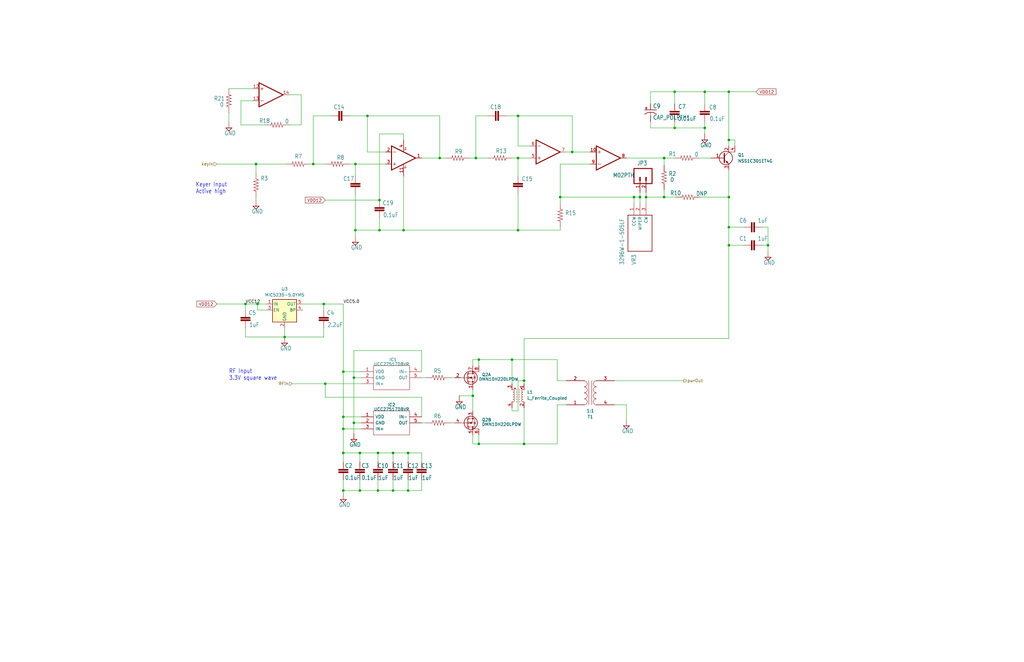
<source format=kicad_sch>
(kicad_sch (version 20230121) (generator eeschema)
  (paper "B")
  (lib_symbols
    (symbol "Device:L_Ferrite_Coupled" (pin_names (offset 0.254) hide)
      (property "Reference" "L" (at 0 4.445 0))
      (property "Value" "L_Ferrite_Coupled" (at 0 -4.445 0))
      (symbol "L_Ferrite_Coupled_0_1"
        (circle (center -3.048 -1.27) (radius 0.254) (fill (type outline)))
        (circle (center -3.048 1.524) (radius 0.254) (fill (type outline)))
        (arc (start -2.54 2.032) (mid -2.032 1.5262) (end -1.524 2.032))
        (arc (start -1.524 -2.032) (mid -2.032 -1.5262) (end -2.54 -2.032))
        (arc (start -1.524 2.032) (mid -1.016 1.5262) (end -0.508 2.032))
        (arc (start -0.508 -2.032) (mid -1.016 -1.5262) (end -1.524 -2.032))
        (arc (start -0.508 2.032) (mid 0 1.5262) (end 0.508 2.032))
        (polyline (pts (xy -2.794 -0.508) (xy -2.286 -0.508)))
        (polyline (pts (xy -2.794 0.508) (xy -2.286 0.508)))
        (polyline (pts (xy -2.54 -2.032) (xy -2.54 -2.54)))
        (polyline (pts (xy -2.54 2.032) (xy -2.54 2.54)))
        (polyline (pts (xy -1.778 -0.508) (xy -1.27 -0.508)))
        (polyline (pts (xy -1.778 0.508) (xy -1.27 0.508)))
        (polyline (pts (xy -0.762 -0.508) (xy -0.254 -0.508)))
        (polyline (pts (xy -0.762 0.508) (xy -0.254 0.508)))
        (polyline (pts (xy 0.254 -0.508) (xy 0.762 -0.508)))
        (polyline (pts (xy 0.254 0.508) (xy 0.762 0.508)))
        (polyline (pts (xy 1.27 -0.508) (xy 1.778 -0.508)))
        (polyline (pts (xy 1.27 0.508) (xy 1.778 0.508)))
        (polyline (pts (xy 2.286 -0.508) (xy 2.794 -0.508)))
        (polyline (pts (xy 2.286 0.508) (xy 2.794 0.508)))
        (polyline (pts (xy 2.54 -2.032) (xy 2.54 -2.54)))
        (polyline (pts (xy 2.54 2.54) (xy 2.54 2.032)))
        (arc (start 0.508 -2.032) (mid 0 -1.5262) (end -0.508 -2.032))
        (arc (start 0.508 2.032) (mid 1.016 1.5262) (end 1.524 2.032))
        (arc (start 1.524 -2.032) (mid 1.016 -1.5262) (end 0.508 -2.032))
        (arc (start 1.524 2.032) (mid 2.032 1.5262) (end 2.54 2.032))
        (arc (start 2.54 -2.032) (mid 2.032 -1.5262) (end 1.524 -2.032))
      )
      (symbol "L_Ferrite_Coupled_1_1"
        (pin passive line (at -5.08 2.54 0) (length 2.54) (name "1") (number "1"))
        (pin passive line (at 5.08 2.54 180) (length 2.54) (name "2") (number "2"))
        (pin passive line (at -5.08 -2.54 0) (length 2.54) (name "3") (number "3"))
        (pin passive line (at 5.08 -2.54 180) (length 2.54) (name "4") (number "4"))
      )
    )
    (symbol "Device:Q_Dual_NMOS_S1G1S2G2D2D2D1D1" (pin_names (offset 0) hide)
      (property "Reference" "Q" (at 5.08 1.27 0))
      (property "Value" "Q_Dual_NMOS_S1G1S2G2D2D2D1D1" (at 5.08 -1.27 0))
      (symbol "Q_Dual_NMOS_S1G1S2G2D2D2D1D1_0_1"
        (polyline (pts (xy 0.254 0) (xy -2.54 0)))
        (polyline (pts (xy 0.254 1.905) (xy 0.254 -1.905)) (stroke (width 0.254)))
        (polyline (pts (xy 0.762 -1.27) (xy 0.762 -2.286)) (stroke (width 0.254)))
        (polyline (pts (xy 0.762 0.508) (xy 0.762 -0.508)) (stroke (width 0.254)))
        (polyline (pts (xy 0.762 2.286) (xy 0.762 1.27)) (stroke (width 0.254)))
        (polyline (pts (xy 2.54 2.54) (xy 2.54 1.778)))
        (polyline (pts (xy 5.08 2.54) (xy 2.54 2.54)))
        (polyline (pts (xy 2.54 -2.54) (xy 2.54 0) (xy 0.762 0)))
        (polyline (pts (xy 0.762 -1.778) (xy 3.302 -1.778) (xy 3.302 1.778) (xy 0.762 1.778)))
        (polyline (pts (xy 1.016 0) (xy 2.032 0.381) (xy 2.032 -0.381) (xy 1.016 0)) (fill (type outline)))
        (polyline (pts (xy 2.794 0.508) (xy 2.921 0.381) (xy 3.683 0.381) (xy 3.81 0.254)))
        (polyline (pts (xy 3.302 0.381) (xy 2.921 -0.254) (xy 3.683 -0.254) (xy 3.302 0.381)))
        (circle (center 1.651 0) (radius 2.794) (stroke (width 0.254)))
        (circle (center 2.54 -1.778) (radius 0.254) (fill (type outline)))
        (circle (center 2.54 1.778) (radius 0.254) (fill (type outline)))
        (circle (center 2.54 2.54) (radius 0.254) (fill (type outline)))
      )
      (symbol "Q_Dual_NMOS_S1G1S2G2D2D2D1D1_1_1"
        (pin passive line (at 2.54 -5.08 90) (length 2.54) (name "S") (number "1"))
        (pin input line (at -5.08 0 0) (length 2.54) (name "G") (number "2"))
        (pin passive line (at 2.54 5.08 270) (length 2.54) (name "D") (number "7"))
        (pin passive line (at 5.08 5.08 270) (length 2.54) (name "D") (number "8"))
      )
      (symbol "Q_Dual_NMOS_S1G1S2G2D2D2D1D1_2_1"
        (pin passive line (at 2.54 -5.08 90) (length 2.54) (name "S") (number "3"))
        (pin input line (at -5.08 0 0) (length 2.54) (name "G") (number "4"))
        (pin passive line (at 2.54 5.08 270) (length 2.54) (name "D") (number "5"))
        (pin passive line (at 5.08 5.08 270) (length 2.54) (name "D") (number "6"))
      )
    )
    (symbol "Device:Q_NPN_BCEC" (pin_names (offset 0) hide)
      (property "Reference" "Q" (at 5.08 1.27 0))
      (property "Value" "Q_NPN_BCEC" (at 5.08 -1.27 0))
      (symbol "Q_NPN_BCEC_0_1"
        (polyline (pts (xy 0.635 0.635) (xy 2.54 2.54)))
        (polyline (pts (xy 2.54 2.54) (xy 5.08 2.54)))
        (polyline (pts (xy 0.635 -0.635) (xy 2.54 -2.54) (xy 2.54 -2.54)))
        (polyline (pts (xy 0.635 1.905) (xy 0.635 -1.905) (xy 0.635 -1.905)) (stroke (width 0.508)))
        (polyline (pts (xy 1.27 -1.778) (xy 1.778 -1.27) (xy 2.286 -2.286) (xy 1.27 -1.778) (xy 1.27 -1.778)) (fill (type outline)))
        (circle (center 1.27 0) (radius 2.8194) (stroke (width 0.254)))
      )
      (symbol "Q_NPN_BCEC_1_1"
        (pin input line (at -5.08 0 0) (length 5.715) (name "B") (number "1"))
        (pin passive line (at 2.54 5.08 270) (length 2.54) (name "C") (number "2"))
        (pin passive line (at 2.54 -5.08 90) (length 2.54) (name "E") (number "3"))
        (pin passive line (at 5.08 5.08 270) (length 2.54) (name "C") (number "4"))
      )
    )
    (symbol "Device:Transformer_1P_1S" (pin_names (offset 1.016) hide)
      (property "Reference" "T" (at 0 6.35 0))
      (property "Value" "Transformer_1P_1S" (at 0 -7.62 0))
      (symbol "Transformer_1P_1S_0_1"
        (arc (start -2.54 -5.0546) (mid -1.6599 -4.6901) (end -1.27 -3.81))
        (arc (start -2.54 -2.5146) (mid -1.6599 -2.1501) (end -1.27 -1.27))
        (arc (start -2.54 0.0254) (mid -1.6599 0.3899) (end -1.27 1.27))
        (arc (start -2.54 2.5654) (mid -1.6599 2.9299) (end -1.27 3.81))
        (arc (start -1.27 -3.81) (mid -1.642 -2.912) (end -2.54 -2.54))
        (arc (start -1.27 -1.27) (mid -1.642 -0.372) (end -2.54 0))
        (arc (start -1.27 1.27) (mid -1.642 2.168) (end -2.54 2.54))
        (arc (start -1.27 3.81) (mid -1.642 4.708) (end -2.54 5.08))
        (polyline (pts (xy -0.635 5.08) (xy -0.635 -5.08)))
        (polyline (pts (xy 0.635 -5.08) (xy 0.635 5.08)))
        (arc (start 1.2954 -1.27) (mid 1.6599 -2.1501) (end 2.54 -2.5146))
        (arc (start 1.2954 1.27) (mid 1.6599 0.3899) (end 2.54 0.0254))
        (arc (start 1.2954 3.81) (mid 1.6599 2.9299) (end 2.54 2.5654))
        (arc (start 1.3208 -3.81) (mid 1.6853 -4.6901) (end 2.5654 -5.0546))
        (arc (start 2.54 0) (mid 1.642 -0.372) (end 1.2954 -1.27))
        (arc (start 2.54 2.54) (mid 1.642 2.168) (end 1.2954 1.27))
        (arc (start 2.54 5.08) (mid 1.642 4.708) (end 1.2954 3.81))
        (arc (start 2.5654 -2.54) (mid 1.6674 -2.912) (end 1.3208 -3.81))
      )
      (symbol "Transformer_1P_1S_1_1"
        (pin passive line (at -10.16 5.08 0) (length 7.62) (name "AA") (number "1"))
        (pin passive line (at -10.16 -5.08 0) (length 7.62) (name "AB") (number "2"))
        (pin passive line (at 10.16 -5.08 180) (length 7.62) (name "SA") (number "3"))
        (pin passive line (at 10.16 5.08 180) (length 7.62) (name "SB") (number "4"))
      )
    )
    (symbol "Regulator_Linear:MIC5205-3.3YM5" (pin_names (offset 0.254))
      (property "Reference" "U" (at -3.81 5.715 0))
      (property "Value" "MIC5205-3.3YM5" (at 0 5.715 0))
      (symbol "MIC5205-3.3YM5_0_1"
        (rectangle (start -5.08 4.445) (end 5.08 -5.08) (stroke (width 0.254)) (fill (type background)))
      )
      (symbol "MIC5205-3.3YM5_1_1"
        (pin power_in line (at -7.62 2.54 0) (length 2.54) (name "IN") (number "1"))
        (pin power_in line (at 0 -7.62 90) (length 2.54) (name "GND") (number "2"))
        (pin input line (at -7.62 0 0) (length 2.54) (name "EN") (number "3"))
        (pin input line (at 7.62 0 180) (length 2.54) (name "BP") (number "4"))
        (pin power_out line (at 7.62 2.54 180) (length 2.54) (name "OUT") (number "5"))
      )
    )
    (symbol "SamacSys_Parts:UCC27517DBVR" (pin_names (offset 0.762))
      (property "Reference" "IC" (at 21.59 7.62 0))
      (property "Value" "UCC27517DBVR" (at 21.59 5.08 0))
      (symbol "UCC27517DBVR_0_0"
        (pin passive line (at 0 0 0) (length 5.08) (name "VDD") (number "1"))
        (pin passive line (at 0 -2.54 0) (length 5.08) (name "GND") (number "2"))
        (pin passive line (at 0 -5.08 0) (length 5.08) (name "IN+") (number "3"))
        (pin passive line (at 25.4 0 180) (length 5.08) (name "IN-") (number "4"))
        (pin passive line (at 25.4 -2.54 180) (length 5.08) (name "OUT") (number "5"))
      )
      (symbol "UCC27517DBVR_0_1"
        (polyline (pts (xy 5.08 2.54) (xy 20.32 2.54) (xy 20.32 -7.62) (xy 5.08 -7.62) (xy 5.08 2.54)) (stroke (width 0.1524)))
      )
    )
    (symbol "powerAmp_RevB-eagle-import:3296W-1-505LF"
      (property "Reference" "VR" (at 21.59 7.62 0))
      (property "Value" "3296W-1-505LF" (at 21.59 5.08 0))
      (symbol "3296W-1-505LF_1_0"
        (polyline (pts (xy 5.08 2.54) (xy 5.08 -7.62)) (stroke (width 0.254)))
        (polyline (pts (xy 5.08 2.54) (xy 20.32 2.54)) (stroke (width 0.254)))
        (polyline (pts (xy 20.32 -7.62) (xy 5.08 -7.62)) (stroke (width 0.254)))
        (polyline (pts (xy 20.32 -7.62) (xy 20.32 2.54)) (stroke (width 0.254)))
        (pin bidirectional line (at 0 0 0) (length 5.08) (name "CCW") (number "1"))
        (pin bidirectional line (at 0 -2.54 0) (length 5.08) (name "WIPER") (number "2"))
        (pin bidirectional line (at 0 -5.08 0) (length 5.08) (name "CW") (number "3"))
      )
    )
    (symbol "powerAmp_RevB-eagle-import:CAP0603-CAP"
      (property "Reference" "C" (at 1.524 2.921 0))
      (property "Value" "CAP0603-CAP" (at 1.524 -2.159 0))
      (symbol "CAP0603-CAP_1_0"
        (rectangle (start -2.032 0.508) (end 2.032 1.016) (fill (type outline)))
        (rectangle (start -2.032 1.524) (end 2.032 2.032) (fill (type outline)))
        (polyline (pts (xy 0 0) (xy 0 0.508)) (stroke (width 0.1524)))
        (polyline (pts (xy 0 2.54) (xy 0 2.032)) (stroke (width 0.1524)))
        (pin passive line (at 0 5.08 270) (length 2.54) (name "1") (number "1"))
        (pin passive line (at 0 -2.54 90) (length 2.54) (name "2") (number "2"))
      )
    )
    (symbol "powerAmp_RevB-eagle-import:CAP_POLPTH1"
      (property "Reference" "C" (at 1.016 0.635 0))
      (property "Value" "CAP_POLPTH1" (at 1.016 -4.191 0))
      (symbol "CAP_POLPTH1_1_0"
        (rectangle (start -2.253 0.668) (end -1.364 0.795) (fill (type outline)))
        (rectangle (start -1.872 0.287) (end -1.745 1.176) (fill (type outline)))
        (arc (start 0 -1.0161) (mid -1.3021 -1.2302) (end -2.4669 -1.8504) (stroke (width 0.254)))
        (polyline (pts (xy -2.54 0) (xy 2.54 0)) (stroke (width 0.254)))
        (polyline (pts (xy 0 -1.016) (xy 0 -2.54)) (stroke (width 0.1524)))
        (arc (start 2.4892 -1.8542) (mid 1.3158 -1.2195) (end 0 -1) (stroke (width 0.254)))
        (pin passive line (at 0 2.54 270) (length 2.54) (name "+") (number "1"))
        (pin passive line (at 0 -5.08 90) (length 2.54) (name "-") (number "2"))
      )
    )
    (symbol "powerAmp_RevB-eagle-import:GND" (power)
      (property "Value" "GND" (at -1.905 -3.175 0))
      (symbol "GND_1_0"
        (polyline (pts (xy -1.27 0) (xy 1.27 0)) (stroke (width 0.254)))
        (polyline (pts (xy 0 -1.27) (xy -1.27 0)) (stroke (width 0.254)))
        (polyline (pts (xy 1.27 0) (xy 0 -1.27)) (stroke (width 0.254)))
        (pin power_in line (at 0 2.54 270) (length 2.54) (name "GND") (number "1"))
      )
    )
    (symbol "powerAmp_RevB-eagle-import:M02PTH"
      (property "Reference" "JP" (at -2.54 5.842 0))
      (property "Value" "M02PTH" (at -2.54 -5.08 0))
      (symbol "M02PTH_1_0"
        (polyline (pts (xy -2.54 5.08) (xy -2.54 -2.54)) (stroke (width 0.4064)))
        (polyline (pts (xy -2.54 5.08) (xy 3.81 5.08)) (stroke (width 0.4064)))
        (polyline (pts (xy 1.27 0) (xy 2.54 0)) (stroke (width 0.6096)))
        (polyline (pts (xy 1.27 2.54) (xy 2.54 2.54)) (stroke (width 0.6096)))
        (polyline (pts (xy 3.81 -2.54) (xy -2.54 -2.54)) (stroke (width 0.4064)))
        (polyline (pts (xy 3.81 -2.54) (xy 3.81 5.08)) (stroke (width 0.4064)))
        (pin passive line (at 7.62 0 180) (length 5.08) (name "1") (number "1"))
        (pin passive line (at 7.62 2.54 180) (length 5.08) (name "2") (number "2"))
      )
    )
    (symbol "powerAmp_RevB-eagle-import:OPA1679IDR"
      (symbol "OPA1679IDR_1_0"
        (polyline (pts (xy -5.08 -5.08) (xy 5.08 0)) (stroke (width 0.4064)))
        (polyline (pts (xy -5.08 5.08) (xy -5.08 -5.08)) (stroke (width 0.4064)))
        (polyline (pts (xy -4.445 -2.54) (xy -3.175 -2.54)) (stroke (width 0.1524)))
        (polyline (pts (xy -4.445 2.54) (xy -3.175 2.54)) (stroke (width 0.1524)))
        (polyline (pts (xy -3.81 3.175) (xy -3.81 1.905)) (stroke (width 0.1524)))
        (polyline (pts (xy 5.08 0) (xy -5.08 5.08)) (stroke (width 0.4064)))
        (pin output line (at 7.62 0 180) (length 2.54) (name "OUT") (number "1"))
        (pin input line (at -7.62 -2.54 0) (length 2.54) (name "-IN") (number "2"))
        (pin input line (at -7.62 2.54 0) (length 2.54) (name "+IN") (number "3"))
      )
      (symbol "OPA1679IDR_2_0"
        (polyline (pts (xy -5.08 -5.08) (xy 5.08 0)) (stroke (width 0.4064)))
        (polyline (pts (xy -5.08 5.08) (xy -5.08 -5.08)) (stroke (width 0.4064)))
        (polyline (pts (xy -4.445 -2.54) (xy -3.175 -2.54)) (stroke (width 0.1524)))
        (polyline (pts (xy -4.445 2.54) (xy -3.175 2.54)) (stroke (width 0.1524)))
        (polyline (pts (xy -3.81 3.175) (xy -3.81 1.905)) (stroke (width 0.1524)))
        (polyline (pts (xy 5.08 0) (xy -5.08 5.08)) (stroke (width 0.4064)))
        (pin input line (at -7.62 2.54 0) (length 2.54) (name "+IN") (number "5"))
        (pin input line (at -7.62 -2.54 0) (length 2.54) (name "-IN") (number "6"))
        (pin output line (at 7.62 0 180) (length 2.54) (name "OUT") (number "7"))
      )
      (symbol "OPA1679IDR_3_0"
        (polyline (pts (xy -5.08 -5.08) (xy 5.08 0)) (stroke (width 0.4064)))
        (polyline (pts (xy -5.08 5.08) (xy -5.08 -5.08)) (stroke (width 0.4064)))
        (polyline (pts (xy -4.445 -2.54) (xy -3.175 -2.54)) (stroke (width 0.1524)))
        (polyline (pts (xy -4.445 2.54) (xy -3.175 2.54)) (stroke (width 0.1524)))
        (polyline (pts (xy -3.81 3.175) (xy -3.81 1.905)) (stroke (width 0.1524)))
        (polyline (pts (xy 5.08 0) (xy -5.08 5.08)) (stroke (width 0.4064)))
        (pin input line (at -7.62 2.54 0) (length 2.54) (name "+IN") (number "10"))
        (pin output line (at 7.62 0 180) (length 2.54) (name "OUT") (number "8"))
        (pin input line (at -7.62 -2.54 0) (length 2.54) (name "-IN") (number "9"))
      )
      (symbol "OPA1679IDR_4_0"
        (polyline (pts (xy -5.08 -5.08) (xy 5.08 0)) (stroke (width 0.4064)))
        (polyline (pts (xy -5.08 5.08) (xy -5.08 -5.08)) (stroke (width 0.4064)))
        (polyline (pts (xy -4.445 -2.54) (xy -3.175 -2.54)) (stroke (width 0.1524)))
        (polyline (pts (xy -4.445 2.54) (xy -3.175 2.54)) (stroke (width 0.1524)))
        (polyline (pts (xy -3.81 3.175) (xy -3.81 1.905)) (stroke (width 0.1524)))
        (polyline (pts (xy 5.08 0) (xy -5.08 5.08)) (stroke (width 0.4064)))
        (pin input line (at -7.62 2.54 0) (length 2.54) (name "+IN") (number "12"))
        (pin input line (at -7.62 -2.54 0) (length 2.54) (name "-IN") (number "13"))
        (pin output line (at 7.62 0 180) (length 2.54) (name "OUT") (number "14"))
      )
      (symbol "OPA1679IDR_5_0"
        (text "V+" (at 1.27 3.175 900) (effects (font (size 0.8128 0.6908)) (justify left bottom)))
        (text "V-" (at 1.27 -4.445 900) (effects (font (size 0.8128 0.6908)) (justify left bottom)))
        (pin power_in line (at 0 -7.62 90) (length 5.08) (name "V-") (number "11"))
        (pin power_in line (at 0 7.62 270) (length 5.08) (name "V+") (number "4"))
      )
    )
    (symbol "powerAmp_RevB-eagle-import:RESISTOR0603-RES"
      (property "Reference" "R" (at -3.81 1.4986 0))
      (property "Value" "RESISTOR0603-RES" (at -3.81 -3.302 0))
      (symbol "RESISTOR0603-RES_1_0"
        (polyline (pts (xy -2.54 0) (xy -2.159 1.016)) (stroke (width 0.1524)))
        (polyline (pts (xy -2.159 1.016) (xy -1.524 -1.016)) (stroke (width 0.1524)))
        (polyline (pts (xy -1.524 -1.016) (xy -0.889 1.016)) (stroke (width 0.1524)))
        (polyline (pts (xy -0.889 1.016) (xy -0.254 -1.016)) (stroke (width 0.1524)))
        (polyline (pts (xy -0.254 -1.016) (xy 0.381 1.016)) (stroke (width 0.1524)))
        (polyline (pts (xy 0.381 1.016) (xy 1.016 -1.016)) (stroke (width 0.1524)))
        (polyline (pts (xy 1.016 -1.016) (xy 1.651 1.016)) (stroke (width 0.1524)))
        (polyline (pts (xy 1.651 1.016) (xy 2.286 -1.016)) (stroke (width 0.1524)))
        (polyline (pts (xy 2.286 -1.016) (xy 2.54 0)) (stroke (width 0.1524)))
        (pin passive line (at -5.08 0 0) (length 2.54) (name "1") (number "1"))
        (pin passive line (at 5.08 0 180) (length 2.54) (name "2") (number "2"))
      )
    )
  )
  (junction (at 280.035 66.675))
  (junction (at 120.015 142.24))
  (junction (at 297.18 38.735))
  (junction (at 284.48 38.735))
  (junction (at 170.18 97.155))
  (junction (at 297.18 53.975))
  (junction (at 149.86 69.215))
  (junction (at 149.225 159.385))
  (junction (at 108.585 128.27))
  (junction (at 160.02 84.455))
  (junction (at 144.78 156.845))
  (junction (at 172.085 191.135))
  (junction (at 220.98 160.655))
  (junction (at 307.34 83.185))
  (junction (at 160.02 97.155))
  (junction (at 201.93 187.325))
  (junction (at 215.9 151.765))
  (junction (at 236.22 83.185))
  (junction (at 323.85 103.505))
  (junction (at 172.085 207.01))
  (junction (at 241.3 64.135))
  (junction (at 200.66 66.675))
  (junction (at 144.78 180.975))
  (junction (at 220.98 187.325))
  (junction (at 107.95 69.215))
  (junction (at 149.86 97.155))
  (junction (at 154.94 48.895))
  (junction (at 218.44 66.675))
  (junction (at 272.415 83.185))
  (junction (at 267.335 83.185))
  (junction (at 159.385 207.01))
  (junction (at 159.385 191.135))
  (junction (at 201.93 151.765))
  (junction (at 151.765 191.135))
  (junction (at 307.34 95.885))
  (junction (at 199.39 167.005))
  (junction (at 144.78 207.01))
  (junction (at 218.44 48.895))
  (junction (at 185.42 66.675))
  (junction (at 165.735 191.135))
  (junction (at 149.225 178.435))
  (junction (at 284.48 53.975))
  (junction (at 103.505 128.27))
  (junction (at 280.035 83.185))
  (junction (at 307.34 103.505))
  (junction (at 165.735 207.01))
  (junction (at 307.34 59.055))
  (junction (at 144.78 191.135))
  (junction (at 137.16 161.925))
  (junction (at 269.875 83.185))
  (junction (at 218.44 97.155))
  (junction (at 144.78 175.895))
  (junction (at 136.525 128.27))
  (junction (at 151.765 207.01))
  (junction (at 307.34 38.735))
  (junction (at 132.08 69.215))
  (wire (pts (xy 272.415 83.185) (xy 272.415 85.725)))
  (wire (pts (xy 189.865 178.435) (xy 191.77 178.435)))
  (wire (pts (xy 280.035 66.675) (xy 280.035 69.85)))
  (wire (pts (xy 136.525 138.43) (xy 136.525 142.24)))
  (wire (pts (xy 159.385 207.01) (xy 165.735 207.01)))
  (wire (pts (xy 162.56 64.135) (xy 154.94 64.135)))
  (wire (pts (xy 267.335 83.185) (xy 269.875 83.185)))
  (wire (pts (xy 160.02 84.455) (xy 137.16 84.455)))
  (wire (pts (xy 170.18 74.295) (xy 170.18 97.155)))
  (wire (pts (xy 151.765 191.135) (xy 144.78 191.135)))
  (wire (pts (xy 234.95 170.815) (xy 238.76 170.815)))
  (wire (pts (xy 205.74 48.895) (xy 200.66 48.895)))
  (wire (pts (xy 234.95 151.765) (xy 234.95 160.655)))
  (wire (pts (xy 307.34 59.055) (xy 307.34 61.595)))
  (wire (pts (xy 236.22 69.215) (xy 248.92 69.215)))
  (wire (pts (xy 152.4 161.925) (xy 137.16 161.925)))
  (wire (pts (xy 159.385 191.135) (xy 151.765 191.135)))
  (wire (pts (xy 185.42 48.895) (xy 154.94 48.895)))
  (wire (pts (xy 139.7 48.895) (xy 132.08 48.895)))
  (wire (pts (xy 307.34 38.735) (xy 318.77 38.735)))
  (wire (pts (xy 172.085 207.01) (xy 177.8 207.01)))
  (wire (pts (xy 127.635 128.27) (xy 136.525 128.27)))
  (wire (pts (xy 149.86 69.215) (xy 162.56 69.215)))
  (wire (pts (xy 236.22 83.185) (xy 236.22 85.725)))
  (wire (pts (xy 121.92 52.705) (xy 127 52.705)))
  (wire (pts (xy 160.02 97.155) (xy 149.86 97.155)))
  (wire (pts (xy 218.44 173.355) (xy 218.44 160.655)))
  (wire (pts (xy 234.95 160.655) (xy 238.76 160.655)))
  (wire (pts (xy 241.3 48.895) (xy 218.44 48.895)))
  (wire (pts (xy 177.8 147.955) (xy 149.225 147.955)))
  (wire (pts (xy 144.78 208.28) (xy 144.78 207.01)))
  (wire (pts (xy 151.765 191.135) (xy 151.765 194.945)))
  (wire (pts (xy 199.39 151.765) (xy 201.93 151.765)))
  (wire (pts (xy 127 40.005) (xy 121.92 40.005)))
  (wire (pts (xy 177.8 66.675) (xy 185.42 66.675)))
  (wire (pts (xy 132.08 48.895) (xy 132.08 69.215)))
  (wire (pts (xy 284.48 51.435) (xy 284.48 53.975)))
  (wire (pts (xy 220.98 161.925) (xy 220.98 160.655)))
  (wire (pts (xy 201.93 154.305) (xy 201.93 151.765)))
  (wire (pts (xy 321.31 95.885) (xy 323.85 95.885)))
  (wire (pts (xy 136.525 128.27) (xy 144.78 128.27)))
  (wire (pts (xy 274.32 43.815) (xy 274.32 38.735)))
  (wire (pts (xy 264.16 177.165) (xy 264.16 170.815)))
  (wire (pts (xy 309.88 59.055) (xy 307.34 59.055)))
  (wire (pts (xy 149.86 74.295) (xy 149.86 69.215)))
  (wire (pts (xy 144.78 180.975) (xy 152.4 180.975)))
  (wire (pts (xy 144.78 207.01) (xy 151.765 207.01)))
  (wire (pts (xy 91.44 69.215) (xy 107.95 69.215)))
  (wire (pts (xy 132.08 69.215) (xy 137.16 69.215)))
  (wire (pts (xy 198.12 66.675) (xy 200.66 66.675)))
  (wire (pts (xy 284.48 53.975) (xy 297.18 53.975)))
  (wire (pts (xy 96.52 37.465) (xy 106.68 37.465)))
  (wire (pts (xy 215.9 66.675) (xy 218.44 66.675)))
  (wire (pts (xy 297.18 56.515) (xy 297.18 53.975)))
  (wire (pts (xy 218.44 66.675) (xy 223.52 66.675)))
  (wire (pts (xy 297.18 38.735) (xy 307.34 38.735)))
  (wire (pts (xy 241.3 64.135) (xy 248.92 64.135)))
  (wire (pts (xy 159.385 202.565) (xy 159.385 207.01)))
  (wire (pts (xy 144.78 207.01) (xy 144.78 202.565)))
  (wire (pts (xy 274.32 51.435) (xy 274.32 53.975)))
  (wire (pts (xy 307.34 103.505) (xy 313.69 103.505)))
  (wire (pts (xy 165.735 191.135) (xy 165.735 194.945)))
  (wire (pts (xy 144.78 175.895) (xy 144.78 180.975)))
  (wire (pts (xy 91.44 128.27) (xy 103.505 128.27)))
  (wire (pts (xy 297.18 53.975) (xy 297.18 51.435)))
  (wire (pts (xy 280.035 83.185) (xy 285.115 83.185)))
  (wire (pts (xy 120.015 138.43) (xy 120.015 142.24)))
  (wire (pts (xy 294.64 66.675) (xy 299.72 66.675)))
  (wire (pts (xy 177.8 191.135) (xy 172.085 191.135)))
  (wire (pts (xy 177.8 167.64) (xy 177.8 175.895)))
  (wire (pts (xy 218.44 97.155) (xy 236.22 97.155)))
  (wire (pts (xy 165.735 202.565) (xy 165.735 207.01)))
  (wire (pts (xy 280.035 83.185) (xy 272.415 83.185)))
  (wire (pts (xy 170.18 97.155) (xy 160.02 97.155)))
  (wire (pts (xy 220.98 187.325) (xy 234.95 187.325)))
  (wire (pts (xy 274.32 38.735) (xy 284.48 38.735)))
  (wire (pts (xy 269.875 83.185) (xy 269.875 85.725)))
  (wire (pts (xy 307.34 95.885) (xy 313.69 95.885)))
  (wire (pts (xy 280.035 80.01) (xy 280.035 83.185)))
  (wire (pts (xy 137.16 167.64) (xy 177.8 167.64)))
  (wire (pts (xy 284.48 38.735) (xy 297.18 38.735)))
  (wire (pts (xy 172.085 202.565) (xy 172.085 207.01)))
  (wire (pts (xy 321.31 103.505) (xy 323.85 103.505)))
  (wire (pts (xy 218.44 81.915) (xy 218.44 97.155)))
  (wire (pts (xy 165.735 191.135) (xy 159.385 191.135)))
  (wire (pts (xy 185.42 66.675) (xy 185.42 48.895)))
  (wire (pts (xy 199.39 187.325) (xy 201.93 187.325)))
  (wire (pts (xy 272.415 81.28) (xy 272.415 83.185)))
  (wire (pts (xy 103.505 128.27) (xy 103.505 130.81)))
  (wire (pts (xy 284.48 43.815) (xy 284.48 38.735)))
  (wire (pts (xy 107.95 69.215) (xy 107.95 73.025)))
  (wire (pts (xy 160.02 92.075) (xy 160.02 97.155)))
  (wire (pts (xy 189.865 159.385) (xy 191.77 159.385)))
  (wire (pts (xy 108.585 130.81) (xy 108.585 128.27)))
  (wire (pts (xy 220.98 142.875) (xy 220.98 160.655)))
  (wire (pts (xy 103.505 128.27) (xy 108.585 128.27)))
  (wire (pts (xy 200.66 66.675) (xy 205.74 66.675)))
  (wire (pts (xy 107.95 69.215) (xy 120.65 69.215)))
  (wire (pts (xy 234.95 187.325) (xy 234.95 170.815)))
  (wire (pts (xy 172.085 191.135) (xy 165.735 191.135)))
  (wire (pts (xy 199.39 154.305) (xy 199.39 151.765)))
  (wire (pts (xy 103.505 142.24) (xy 120.015 142.24)))
  (wire (pts (xy 149.225 178.435) (xy 149.225 182.88)))
  (wire (pts (xy 107.95 83.185) (xy 107.95 84.455)))
  (wire (pts (xy 267.335 83.185) (xy 236.22 83.185)))
  (wire (pts (xy 172.085 191.135) (xy 172.085 194.945)))
  (wire (pts (xy 218.44 74.295) (xy 218.44 66.675)))
  (wire (pts (xy 269.875 81.28) (xy 269.875 83.185)))
  (wire (pts (xy 323.85 95.885) (xy 323.85 103.505)))
  (wire (pts (xy 307.34 71.755) (xy 307.34 83.185)))
  (wire (pts (xy 144.78 128.27) (xy 144.78 156.845)))
  (wire (pts (xy 220.98 142.875) (xy 307.34 142.875)))
  (wire (pts (xy 106.68 42.545) (xy 101.6 42.545)))
  (wire (pts (xy 159.385 191.135) (xy 159.385 194.945)))
  (wire (pts (xy 151.765 202.565) (xy 151.765 207.01)))
  (wire (pts (xy 147.32 69.215) (xy 149.86 69.215)))
  (wire (pts (xy 101.6 52.705) (xy 111.76 52.705)))
  (wire (pts (xy 280.035 66.675) (xy 284.48 66.675)))
  (wire (pts (xy 165.735 207.01) (xy 172.085 207.01)))
  (wire (pts (xy 218.44 61.595) (xy 218.44 48.895)))
  (wire (pts (xy 152.4 159.385) (xy 149.225 159.385)))
  (wire (pts (xy 201.93 151.765) (xy 215.9 151.765)))
  (wire (pts (xy 236.22 69.215) (xy 236.22 83.185)))
  (wire (pts (xy 259.08 160.655) (xy 288.29 160.655)))
  (wire (pts (xy 154.94 48.895) (xy 147.32 48.895)))
  (wire (pts (xy 149.225 159.385) (xy 149.225 178.435)))
  (wire (pts (xy 215.9 151.765) (xy 234.95 151.765)))
  (wire (pts (xy 199.39 164.465) (xy 199.39 167.005)))
  (wire (pts (xy 264.16 66.675) (xy 280.035 66.675)))
  (wire (pts (xy 149.86 81.915) (xy 149.86 97.155)))
  (wire (pts (xy 297.18 43.815) (xy 297.18 38.735)))
  (wire (pts (xy 267.335 85.725) (xy 267.335 83.185)))
  (wire (pts (xy 149.225 147.955) (xy 149.225 159.385)))
  (wire (pts (xy 96.52 47.625) (xy 96.52 51.435)))
  (wire (pts (xy 177.8 156.845) (xy 177.8 147.955)))
  (wire (pts (xy 137.16 161.925) (xy 137.16 167.64)))
  (wire (pts (xy 154.94 64.135) (xy 154.94 48.895)))
  (wire (pts (xy 136.525 142.24) (xy 120.015 142.24)))
  (wire (pts (xy 238.76 64.135) (xy 241.3 64.135)))
  (wire (pts (xy 160.02 84.455) (xy 160.02 56.515)))
  (wire (pts (xy 309.88 61.595) (xy 309.88 59.055)))
  (wire (pts (xy 201.93 187.325) (xy 220.98 187.325)))
  (wire (pts (xy 307.34 38.735) (xy 307.34 59.055)))
  (wire (pts (xy 220.98 172.085) (xy 220.98 187.325)))
  (wire (pts (xy 149.225 178.435) (xy 152.4 178.435)))
  (wire (pts (xy 215.9 151.765) (xy 215.9 161.925)))
  (wire (pts (xy 127 52.705) (xy 127 40.005)))
  (wire (pts (xy 201.93 183.515) (xy 201.93 187.325)))
  (wire (pts (xy 218.44 48.895) (xy 213.36 48.895)))
  (wire (pts (xy 236.22 95.885) (xy 236.22 97.155)))
  (wire (pts (xy 218.44 160.655) (xy 220.98 160.655)))
  (wire (pts (xy 218.44 97.155) (xy 170.18 97.155)))
  (wire (pts (xy 160.02 56.515) (xy 170.18 56.515)))
  (wire (pts (xy 144.78 180.975) (xy 144.78 191.135)))
  (wire (pts (xy 307.34 142.875) (xy 307.34 103.505)))
  (wire (pts (xy 193.675 167.005) (xy 199.39 167.005)))
  (wire (pts (xy 264.16 170.815) (xy 259.08 170.815)))
  (wire (pts (xy 274.32 53.975) (xy 284.48 53.975)))
  (wire (pts (xy 177.8 178.435) (xy 179.705 178.435)))
  (wire (pts (xy 108.585 128.27) (xy 112.395 128.27)))
  (wire (pts (xy 144.78 191.135) (xy 144.78 194.945)))
  (wire (pts (xy 223.52 61.595) (xy 218.44 61.595)))
  (wire (pts (xy 177.8 194.945) (xy 177.8 191.135)))
  (wire (pts (xy 144.78 156.845) (xy 152.4 156.845)))
  (wire (pts (xy 215.9 172.085) (xy 215.9 173.355)))
  (wire (pts (xy 144.78 175.895) (xy 152.4 175.895)))
  (wire (pts (xy 177.8 159.385) (xy 179.705 159.385)))
  (wire (pts (xy 323.85 106.045) (xy 323.85 103.505)))
  (wire (pts (xy 199.39 167.005) (xy 199.39 173.355)))
  (wire (pts (xy 185.42 66.675) (xy 187.96 66.675)))
  (wire (pts (xy 307.34 83.185) (xy 307.34 95.885)))
  (wire (pts (xy 170.18 56.515) (xy 170.18 59.055)))
  (wire (pts (xy 136.525 128.27) (xy 136.525 130.81)))
  (wire (pts (xy 101.6 42.545) (xy 101.6 52.705)))
  (wire (pts (xy 295.275 83.185) (xy 307.34 83.185)))
  (wire (pts (xy 177.8 202.565) (xy 177.8 207.01)))
  (wire (pts (xy 241.3 64.135) (xy 241.3 48.895)))
  (wire (pts (xy 112.395 130.81) (xy 108.585 130.81)))
  (wire (pts (xy 149.86 97.155) (xy 149.86 99.695)))
  (wire (pts (xy 151.765 207.01) (xy 159.385 207.01)))
  (wire (pts (xy 200.66 48.895) (xy 200.66 66.675)))
  (wire (pts (xy 215.9 173.355) (xy 218.44 173.355)))
  (wire (pts (xy 144.78 175.895) (xy 144.78 156.845)))
  (wire (pts (xy 103.505 138.43) (xy 103.505 142.24)))
  (wire (pts (xy 307.34 103.505) (xy 307.34 95.885)))
  (wire (pts (xy 130.81 69.215) (xy 132.08 69.215)))
  (wire (pts (xy 199.39 183.515) (xy 199.39 187.325)))
  (wire (pts (xy 123.19 161.925) (xy 137.16 161.925)))
  (text "RF Input\n3.3V square wave" (at 96.52 160.655 0) (effects (font (size 1.778 1.5113)) (justify left bottom)))
  (text "Keyer Input\nActive high" (at 82.55 81.915 0) (effects (font (size 1.778 1.5113)) (justify left bottom)))
  (label "VCC5.0" (at 144.78 128.27 0))
  (label "VCC12" (at 103.505 128.27 0))
  (global_label "VDD12" (shape input) (at 318.77 38.735 0) (property "Intersheetrefs" "${INTERSHEET_REFS}" (at 327.2613 38.735 0) (effects (justify left))))
  (global_label "VDD12" (shape input) (at 137.16 84.455 180) (property "Intersheetrefs" "${INTERSHEET_REFS}" (at 128.6687 84.455 0) (effects (justify right))))
  (global_label "VDD12" (shape input) (at 91.44 128.27 180) (property "Intersheetrefs" "${INTERSHEET_REFS}" (at 82.9487 128.27 0) (effects (justify right))))
  (hierarchical_label "keyIn" (shape input) (at 91.44 69.215 180))
  (hierarchical_label "RFin" (shape input) (at 123.19 161.925 180))
  (hierarchical_label "pwrOut" (shape output) (at 288.29 160.655 0))
  (symbol (lib_id "powerAmp_RevB-eagle-import:CAP0603-CAP") (at 151.765 197.485 180) (unit 1)
    (property "Reference" "C3" (at 152.4 197.485 0) (effects (font (size 1.778 1.5113)) (justify right top)))
    (property "Value" "0.1uF" (at 152.4 202.565 0) (effects (font (size 1.778 1.5113)) (justify right top)))
    (property "Footprint" "Capacitor_SMD:C_0603_1608Metric_Pad1.08x0.95mm_HandSolder" (effects hide))
  )
  (symbol (lib_id "powerAmp_RevB-eagle-import:CAP0603-CAP") (at 284.48 46.355 180) (unit 1)
    (property "Reference" "C7" (at 286.004 45.974 0) (effects (font (size 1.778 1.5113)) (justify right top)))
    (property "Value" "0.01uF" (at 285.75 51.054 0) (effects (font (size 1.778 1.5113)) (justify right top)))
    (property "Footprint" "Capacitor_SMD:C_0603_1608Metric_Pad1.08x0.95mm_HandSolder" (effects hide))
  )
  (symbol (lib_id "Device:Q_NPN_BCEC") (at 304.8 66.675 0) (unit 1)
    (property "Reference" "Q1" (at 311.15 65.405 0) (effects (justify left)))
    (property "Value" "NSS1C301ET4G" (at 311.15 67.945 0) (effects (justify left)))
    (property "Footprint" "Package_TO_SOT_SMD:TO-252-3_TabPin4" (effects hide))
  )
  (symbol (lib_id "powerAmp_RevB-eagle-import:OPA1679IDR") (at 231.14 64.135 0) (mirror x) (unit 2)
    (property "Reference" "U$2" (effects hide))
    (property "Value" "OPA1679IDR" (effects hide))
    (property "Footprint" "Package_SO:SOIC-14_3.9x8.7mm_P1.27mm" (effects hide))
  )
  (symbol (lib_id "SamacSys_Parts:UCC27517DBVR") (at 152.4 156.845 0) (unit 1)
    (property "Reference" "IC1" (at 165.735 151.765 0))
    (property "Value" "UCC27517DBVR" (at 165.1 153.67 0))
    (property "Footprint" "SOT95P280X145-5N" (effects hide))
    (property "Datasheet" "http://www.ti.com/lit/gpn/ucc27517" (effects hide))
    (property "Description" "4A/4A Single Channel High-speed Low-side Gate Driver" (effects hide))
    (property "Height" "1.45" (effects hide))
    (property "Mouser Part Number" "595-UCC27517DBVR" (effects hide))
    (property "Mouser Price/Stock" "https://www.mouser.co.uk/ProductDetail/Texas-Instruments/UCC27517DBVR?qs=Brs2XCuyt3cZR2K0W764eA%3D%3D" (effects hide))
    (property "Manufacturer_Name" "Texas Instruments" (effects hide))
    (property "Manufacturer_Part_Number" "UCC27517DBVR" (effects hide))
  )
  (symbol (lib_id "powerAmp_RevB-eagle-import:RESISTOR0603-RES") (at 193.04 66.675 180) (unit 1)
    (property "Reference" "R9" (at 191.77 64.9224 0) (effects (font (size 1.778 1.5113)) (justify right top)))
    (property "Value" "36K" (at 190.754 70.485 0) (effects (font (size 1.778 1.5113)) (justify right top)))
    (property "Footprint" "Resistor_SMD:R_0603_1608Metric_Pad0.98x0.95mm_HandSolder" (effects hide))
    (property "Value" "603-RC0603FR-0736KL" (effects hide))
  )
  (symbol (lib_id "powerAmp_RevB-eagle-import:GND") (at 297.18 59.055 0) (unit 1)
    (property "Reference" "#SUPPLY02" (effects hide))
    (property "Value" "GND" (at 295.275 62.23 0) (effects (font (size 1.778 1.5113)) (justify left bottom)))
    (property "Footprint" "powerAmp_RevB:" (effects hide))
  )
  (symbol (lib_id "powerAmp_RevB-eagle-import:RESISTOR0603-RES") (at 96.52 42.545 90) (unit 1)
    (property "Reference" "R21" (at 90.17 42.545 90) (effects (font (size 1.778 1.5113)) (justify right top)))
    (property "Value" "0" (at 92.71 45.085 90) (effects (font (size 1.778 1.5113)) (justify right top)))
    (property "Footprint" "Resistor_SMD:R_0603_1608Metric_Pad0.98x0.95mm_HandSolder" (effects hide))
  )
  (symbol (lib_id "powerAmp_RevB-eagle-import:CAP0603-CAP") (at 144.78 197.485 180) (unit 1)
    (property "Reference" "C2" (at 145.415 197.485 0) (effects (font (size 1.778 1.5113)) (justify right top)))
    (property "Value" "0.1uF" (at 145.415 202.565 0) (effects (font (size 1.778 1.5113)) (justify right top)))
    (property "Footprint" "Capacitor_SMD:C_0603_1608Metric_Pad1.08x0.95mm_HandSolder" (effects hide))
  )
  (symbol (lib_id "powerAmp_RevB-eagle-import:RESISTOR0603-RES") (at 184.785 178.435 0) (unit 1)
    (property "Reference" "R6" (at 186.055 174.625 0) (effects (font (size 1.778 1.5113)) (justify right top)))
    (property "Value" "0" (at 186.055 180.975 0) (effects (font (size 1.778 1.5113)) (justify right top)))
    (property "Footprint" "Resistor_SMD:R_0805_2012Metric_Pad1.20x1.40mm_HandSolder" (effects hide))
    (property "Value" "603-RC0603FR-0733KL" (effects hide))
  )
  (symbol (lib_id "powerAmp_RevB-eagle-import:CAP0603-CAP") (at 210.82 48.895 90) (unit 1)
    (property "Reference" "C18" (at 211.328 44.196 90) (effects (font (size 1.778 1.5113)) (justify left bottom)))
    (property "Value" "0.22uF" (at 213.36 51.308 90) (effects (font (size 1.778 1.5113)) (justify left bottom)))
    (property "Footprint" "Capacitor_SMD:C_0603_1608Metric_Pad1.08x0.95mm_HandSolder" (effects hide))
    (property "Value" "710-885012206073" (effects hide))
  )
  (symbol (lib_id "powerAmp_RevB-eagle-import:3296W-1-505LF") (at 267.335 85.725 90) (mirror x) (unit 1)
    (property "Reference" "VR3" (at 267.335 107.315 0) (effects (font (size 1.778 1.5113)) (justify left)))
    (property "Value" "3296W-1-505LF" (at 262.255 92.075 0) (effects (font (size 1.778 1.5113)) (justify left)))
    (property "Footprint" "Potentiometer_THT:Potentiometer_Bourns_3296W_Vertical" (effects hide))
  )
  (symbol (lib_id "powerAmp_RevB-eagle-import:OPA1679IDR") (at 256.54 66.675 0) (unit 3)
    (property "Reference" "U$2" (effects hide))
    (property "Value" "OPA1679IDR" (effects hide))
    (property "Footprint" "Package_SO:SOIC-14_3.9x8.7mm_P1.27mm" (effects hide))
  )
  (symbol (lib_id "powerAmp_RevB-eagle-import:CAP0603-CAP") (at 144.78 48.895 90) (unit 1)
    (property "Reference" "C14" (at 145.288 44.196 90) (effects (font (size 1.778 1.5113)) (justify left bottom)))
    (property "Value" "0.22uF" (at 147.32 51.308 90) (effects (font (size 1.778 1.5113)) (justify left bottom)))
    (property "Footprint" "Capacitor_SMD:C_0603_1608Metric_Pad1.08x0.95mm_HandSolder" (effects hide))
    (property "Value" "710-885012206073" (effects hide))
  )
  (symbol (lib_id "powerAmp_RevB-eagle-import:CAP0603-CAP") (at 316.23 103.505 270) (unit 1)
    (property "Reference" "C1" (at 314.96 99.695 90) (effects (font (size 1.778 1.5113)) (justify right top)))
    (property "Value" "1uF" (at 323.85 99.695 90) (effects (font (size 1.778 1.5113)) (justify right top)))
    (property "Footprint" "Capacitor_SMD:C_0603_1608Metric_Pad1.08x0.95mm_HandSolder" (effects hide))
  )
  (symbol (lib_id "powerAmp_RevB-eagle-import:GND") (at 149.225 185.42 0) (unit 1)
    (property "Reference" "#SUPPLY011" (effects hide))
    (property "Value" "GND" (at 147.32 188.595 0) (effects (font (size 1.778 1.5113)) (justify left bottom)))
    (property "Footprint" "powerAmp_RevB:" (effects hide))
  )
  (symbol (lib_id "powerAmp_RevB-eagle-import:OPA1679IDR") (at 170.18 66.675 0) (unit 5)
    (property "Reference" "U$2" (effects hide))
    (property "Value" "OPA1679IDR" (effects hide))
    (property "Footprint" "Package_SO:SOIC-14_3.9x8.7mm_P1.27mm" (effects hide))
  )
  (symbol (lib_id "powerAmp_RevB-eagle-import:RESISTOR0603-RES") (at 125.73 69.215 180) (unit 1)
    (property "Reference" "R7" (at 124.206 66.9544 0) (effects (font (size 1.778 1.5113)) (justify right top)))
    (property "Value" "33K" (at 123.698 73.025 0) (effects (font (size 1.778 1.5113)) (justify right top)))
    (property "Footprint" "Resistor_SMD:R_0603_1608Metric_Pad0.98x0.95mm_HandSolder" (effects hide))
    (property "Value" "603-RC0603FR-0733KL" (effects hide))
  )
  (symbol (lib_id "powerAmp_RevB-eagle-import:OPA1679IDR") (at 170.18 66.675 0) (mirror x) (unit 1)
    (property "Reference" "U$2" (effects hide))
    (property "Value" "OPA1679IDR" (effects hide))
    (property "Footprint" "Package_SO:SOIC-14_3.9x8.7mm_P1.27mm" (effects hide))
  )
  (symbol (lib_id "Device:Transformer_1P_1S") (at 248.92 165.735 0) (mirror x) (unit 1)
    (property "Reference" "T1" (at 248.9327 175.895 0))
    (property "Value" "1:1" (at 248.9327 173.355 0))
    (property "Footprint" "Transformer_THT:Transformer_Toroid_Horizontal_D14.0mm_Amidon-T50" (effects hide))
  )
  (symbol (lib_id "powerAmp_RevB-eagle-import:CAP0603-CAP") (at 218.44 79.375 0) (unit 1)
    (property "Reference" "C15" (at 219.964 76.454 0) (effects (font (size 1.778 1.5113)) (justify left bottom)))
    (property "Value" "0.022uF" (at 219.964 81.534 0) (effects (font (size 1.778 1.5113)) (justify left bottom)))
    (property "Footprint" "Capacitor_SMD:C_0603_1608Metric_Pad1.08x0.95mm_HandSolder" (effects hide))
    (property "Value" "80-C0603C223K3R" (effects hide))
  )
  (symbol (lib_id "powerAmp_RevB-eagle-import:GND") (at 149.86 102.235 0) (unit 1)
    (property "Reference" "#SUPPLY08" (effects hide))
    (property "Value" "GND" (at 147.955 105.41 0) (effects (font (size 1.778 1.5113)) (justify left bottom)))
    (property "Footprint" "powerAmp_RevB:" (effects hide))
  )
  (symbol (lib_id "powerAmp_RevB-eagle-import:CAP_POLPTH1") (at 274.32 46.355 0) (unit 1)
    (property "Reference" "C9" (at 275.336 45.72 0) (effects (font (size 1.778 1.5113)) (justify left bottom)))
    (property "Value" "CAP_POLPTH1" (at 275.336 50.546 0) (effects (font (size 1.778 1.5113)) (justify left bottom)))
    (property "Footprint" "Capacitor_THT:C_Radial_D5.0mm_H11.0mm_P2.00mm" (effects hide))
  )
  (symbol (lib_id "Device:Q_Dual_NMOS_S1G1S2G2D2D2D1D1") (at 196.85 178.435 0) (mirror x) (unit 2)
    (property "Reference" "Q2" (at 203.2 177.165 0) (effects (justify left)))
    (property "Value" "DMN10H220LPDW" (at 203.2 179.07 0) (effects (justify left)))
    (property "Footprint" "SamacSys_Parts:DMN10H220LPDW13" (effects hide))
  )
  (symbol (lib_id "powerAmp_RevB-eagle-import:M02PTH") (at 269.875 73.66 270) (unit 1)
    (property "Reference" "JP3" (at 268.605 69.85 90) (effects (font (size 1.778 1.5113)) (justify left bottom)))
    (property "Value" "M02PTH" (at 258.445 74.93 90) (effects (font (size 1.778 1.5113)) (justify left bottom)))
    (property "Footprint" "Connector_PinHeader_2.54mm:PinHeader_1x02_P2.54mm_Vertical" (effects hide))
  )
  (symbol (lib_id "powerAmp_RevB-eagle-import:RESISTOR0603-RES") (at 107.95 78.105 270) (unit 1)
    (property "Reference" "R3" (at 113.03 74.295 90) (effects (font (size 1.778 1.5113)) (justify right top)))
    (property "Value" "47K" (at 114.3 76.835 90) (effects (font (size 1.778 1.5113)) (justify right top)))
    (property "Footprint" "Resistor_SMD:R_0603_1608Metric_Pad0.98x0.95mm_HandSolder" (effects hide))
    (property "Value" "603-RC0603FR-0733KL" (effects hide))
  )
  (symbol (lib_id "powerAmp_RevB-eagle-import:CAP0603-CAP") (at 159.385 200.025 0) (unit 1)
    (property "Reference" "C10" (at 163.83 195.58 0) (effects (font (size 1.778 1.5113)) (justify right top)))
    (property "Value" "1uF" (at 163.83 200.66 0) (effects (font (size 1.778 1.5113)) (justify right top)))
    (property "Footprint" "Capacitor_SMD:C_0603_1608Metric_Pad1.08x0.95mm_HandSolder" (effects hide))
  )
  (symbol (lib_id "powerAmp_RevB-eagle-import:RESISTOR0603-RES") (at 289.56 66.675 180) (unit 1)
    (property "Reference" "R1" (at 281.94 65.9384 0) (effects (font (size 1.778 1.5113)) (justify right top)))
    (property "Value" "0" (at 292.862 66.167 0) (effects (font (size 1.778 1.5113)) (justify right top)))
    (property "Footprint" "Resistor_SMD:R_0603_1608Metric_Pad0.98x0.95mm_HandSolder" (effects hide))
  )
  (symbol (lib_id "powerAmp_RevB-eagle-import:RESISTOR0603-RES") (at 184.785 159.385 0) (unit 1)
    (property "Reference" "R5" (at 186.055 155.575 0) (effects (font (size 1.778 1.5113)) (justify right top)))
    (property "Value" "0" (at 186.055 161.925 0) (effects (font (size 1.778 1.5113)) (justify right top)))
    (property "Footprint" "Resistor_SMD:R_0805_2012Metric_Pad1.20x1.40mm_HandSolder" (effects hide))
    (property "Value" "603-RC0603FR-0733KL" (effects hide))
  )
  (symbol (lib_id "powerAmp_RevB-eagle-import:CAP0603-CAP") (at 177.8 200.025 0) (unit 1)
    (property "Reference" "C13" (at 182.245 195.58 0) (effects (font (size 1.778 1.5113)) (justify right top)))
    (property "Value" "1uF" (at 182.245 200.66 0) (effects (font (size 1.778 1.5113)) (justify right top)))
    (property "Footprint" "Capacitor_SMD:C_0603_1608Metric_Pad1.08x0.95mm_HandSolder" (effects hide))
  )
  (symbol (lib_id "powerAmp_RevB-eagle-import:GND") (at 96.52 53.975 0) (unit 1)
    (property "Reference" "#SUPPLY012" (effects hide))
    (property "Value" "GND" (at 94.615 57.15 0) (effects (font (size 1.778 1.5113)) (justify left bottom)))
    (property "Footprint" "powerAmp_RevB:" (effects hide))
  )
  (symbol (lib_id "powerAmp_RevB-eagle-import:CAP0603-CAP") (at 172.085 200.025 0) (unit 1)
    (property "Reference" "C12" (at 176.53 195.58 0) (effects (font (size 1.778 1.5113)) (justify right top)))
    (property "Value" "1uF" (at 176.53 200.66 0) (effects (font (size 1.778 1.5113)) (justify right top)))
    (property "Footprint" "Capacitor_SMD:C_0603_1608Metric_Pad1.08x0.95mm_HandSolder" (effects hide))
  )
  (symbol (lib_id "powerAmp_RevB-eagle-import:RESISTOR0603-RES") (at 280.035 74.93 90) (unit 1)
    (property "Reference" "R2" (at 281.94 74.295 90) (effects (font (size 1.778 1.5113)) (justify right top)))
    (property "Value" "0" (at 282.575 76.835 90) (effects (font (size 1.778 1.5113)) (justify right top)))
    (property "Footprint" "Resistor_SMD:R_0603_1608Metric_Pad0.98x0.95mm_HandSolder" (effects hide))
  )
  (symbol (lib_id "SamacSys_Parts:UCC27517DBVR") (at 152.4 175.895 0) (unit 1)
    (property "Reference" "IC2" (at 165.1 170.815 0))
    (property "Value" "UCC27517DBVR" (at 165.1 172.72 0))
    (property "Footprint" "SOT95P280X145-5N" (effects hide))
    (property "Datasheet" "http://www.ti.com/lit/gpn/ucc27517" (effects hide))
    (property "Description" "4A/4A Single Channel High-speed Low-side Gate Driver" (effects hide))
    (property "Height" "1.45" (effects hide))
    (property "Mouser Part Number" "595-UCC27517DBVR" (effects hide))
    (property "Mouser Price/Stock" "https://www.mouser.co.uk/ProductDetail/Texas-Instruments/UCC27517DBVR?qs=Brs2XCuyt3cZR2K0W764eA%3D%3D" (effects hide))
    (property "Manufacturer_Name" "Texas Instruments" (effects hide))
    (property "Manufacturer_Part_Number" "UCC27517DBVR" (effects hide))
  )
  (symbol (lib_id "powerAmp_RevB-eagle-import:CAP0603-CAP") (at 136.525 133.35 180) (unit 1)
    (property "Reference" "C4" (at 137.795 132.969 0) (effects (font (size 1.778 1.5113)) (justify right top)))
    (property "Value" "2.2uF" (at 138.049 138.049 0) (effects (font (size 1.778 1.5113)) (justify right top)))
    (property "Footprint" "Capacitor_SMD:C_0603_1608Metric_Pad1.08x0.95mm_HandSolder" (effects hide))
  )
  (symbol (lib_id "powerAmp_RevB-eagle-import:GND") (at 107.95 86.995 0) (unit 1)
    (property "Reference" "#SUPPLY03" (effects hide))
    (property "Value" "GND" (at 106.045 90.17 0) (effects (font (size 1.778 1.5113)) (justify left bottom)))
    (property "Footprint" "powerAmp_RevB:" (effects hide))
  )
  (symbol (lib_id "powerAmp_RevB-eagle-import:GND") (at 264.16 179.705 0) (unit 1)
    (property "Reference" "#SUPPLY05" (effects hide))
    (property "Value" "GND" (at 262.255 182.88 0) (effects (font (size 1.778 1.5113)) (justify left bottom)))
    (property "Footprint" "powerAmp_RevB:" (effects hide))
  )
  (symbol (lib_id "powerAmp_RevB-eagle-import:GND") (at 323.85 108.585 0) (unit 1)
    (property "Reference" "#SUPPLY06" (effects hide))
    (property "Value" "GND" (at 321.945 111.76 0) (effects (font (size 1.778 1.5113)) (justify left bottom)))
    (property "Footprint" "powerAmp_RevB:" (effects hide))
  )
  (symbol (lib_id "powerAmp_RevB-eagle-import:RESISTOR0603-RES") (at 142.24 69.215 180) (unit 1)
    (property "Reference" "R8" (at 141.986 67.4624 0) (effects (font (size 1.778 1.5113)) (justify right top)))
    (property "Value" "8.2K" (at 139.954 73.279 0) (effects (font (size 1.778 1.5113)) (justify right top)))
    (property "Footprint" "Resistor_SMD:R_0603_1608Metric_Pad0.98x0.95mm_HandSolder" (effects hide))
    (property "Value" "603-RC0603FR-078K2L" (effects hide))
  )
  (symbol (lib_id "Device:L_Ferrite_Coupled") (at 218.44 167.005 270) (unit 1)
    (property "Reference" "L1" (at 222.25 165.481 90) (effects (justify left)))
    (property "Value" "L_Ferrite_Coupled" (at 222.25 168.021 90) (effects (justify left)))
    (property "Footprint" "SamacSys_Parts:Transformer_Balun_Amidon-T50" (effects hide))
  )
  (symbol (lib_id "powerAmp_RevB-eagle-import:RESISTOR0603-RES") (at 210.82 66.675 180) (unit 1)
    (property "Reference" "R13" (at 209.042 64.6684 0) (effects (font (size 1.778 1.5113)) (justify right top)))
    (property "Value" "11K" (at 209.042 70.231 0) (effects (font (size 1.778 1.5113)) (justify right top)))
    (property "Footprint" "Resistor_SMD:R_0603_1608Metric_Pad0.98x0.95mm_HandSolder" (effects hide))
    (property "Value" "603-RC0603FR-0711KL" (effects hide))
  )
  (symbol (lib_id "powerAmp_RevB-eagle-import:RESISTOR0603-RES") (at 236.22 90.805 270) (unit 1)
    (property "Reference" "R15" (at 238.252 90.8304 90) (effects (font (size 1.778 1.5113)) (justify left bottom)))
    (property "Value" "1K" (at 238.252 93.345 90) (effects (font (size 1.778 1.5113)) (justify left bottom)))
    (property "Footprint" "Resistor_SMD:R_0603_1608Metric_Pad0.98x0.95mm_HandSolder" (effects hide))
    (property "Value" "603-RC0603FR-071KL" (effects hide))
  )
  (symbol (lib_id "powerAmp_RevB-eagle-import:GND") (at 120.015 144.78 0) (unit 1)
    (property "Reference" "#SUPPLY010" (effects hide))
    (property "Value" "GND" (at 118.11 147.955 0) (effects (font (size 1.778 1.5113)) (justify left bottom)))
    (property "Footprint" "powerAmp_RevB:" (effects hide))
  )
  (symbol (lib_id "powerAmp_RevB-eagle-import:CAP0603-CAP") (at 316.23 95.885 270) (unit 1)
    (property "Reference" "C6" (at 314.96 92.075 90) (effects (font (size 1.778 1.5113)) (justify right top)))
    (property "Value" "1uF" (at 323.85 92.075 90) (effects (font (size 1.778 1.5113)) (justify right top)))
    (property "Footprint" "Capacitor_SMD:C_0603_1608Metric_Pad1.08x0.95mm_HandSolder" (effects hide))
  )
  (symbol (lib_id "Regulator_Linear:MIC5205-3.3YM5") (at 120.015 130.81 0) (unit 1)
    (property "Reference" "U3" (at 120.015 121.92 0))
    (property "Value" "MIC5235-5.0YM5" (at 120.015 124.46 0))
    (property "Footprint" "Package_TO_SOT_SMD:SOT-23-5" (effects hide))
    (property "Datasheet" "http://ww1.microchip.com/downloads/en/DeviceDoc/20005785A.pdf" (effects hide))
  )
  (symbol (lib_id "powerAmp_RevB-eagle-import:OPA1679IDR") (at 114.3 40.005 0) (unit 4)
    (property "Reference" "U$2" (effects hide))
    (property "Value" "OPA1679IDR" (effects hide))
    (property "Footprint" "Package_SO:SOIC-14_3.9x8.7mm_P1.27mm" (effects hide))
  )
  (symbol (lib_id "powerAmp_RevB-eagle-import:CAP0603-CAP") (at 103.505 133.35 180) (unit 1)
    (property "Reference" "C5" (at 104.775 132.969 0) (effects (font (size 1.778 1.5113)) (justify right top)))
    (property "Value" "1uF" (at 105.029 138.049 0) (effects (font (size 1.778 1.5113)) (justify right top)))
    (property "Footprint" "Capacitor_SMD:C_0603_1608Metric_Pad1.08x0.95mm_HandSolder" (effects hide))
  )
  (symbol (lib_id "powerAmp_RevB-eagle-import:CAP0603-CAP") (at 149.86 79.375 0) (unit 1)
    (property "Reference" "C17" (at 149.352 74.422 0) (effects (font (size 1.778 1.5113)) (justify right top)))
    (property "Value" "0.1uF" (at 149.098 79.756 0) (effects (font (size 1.778 1.5113)) (justify right top)))
    (property "Footprint" "Capacitor_SMD:C_0603_1608Metric_Pad1.08x0.95mm_HandSolder" (effects hide))
    (property "Value" "710-885012206071" (effects hide))
  )
  (symbol (lib_id "Device:Q_Dual_NMOS_S1G1S2G2D2D2D1D1") (at 196.85 159.385 0) (unit 1)
    (property "Reference" "Q2" (at 203.2 158.115 0) (effects (justify left)))
    (property "Value" "DMN10H220LPDW" (at 201.93 160.02 0) (effects (justify left)))
    (property "Footprint" "SamacSys_Parts:DMN10H220LPDW13" (effects hide))
  )
  (symbol (lib_id "powerAmp_RevB-eagle-import:CAP0603-CAP") (at 165.735 200.025 0) (unit 1)
    (property "Reference" "C11" (at 170.18 195.58 0) (effects (font (size 1.778 1.5113)) (justify right top)))
    (property "Value" "1uF" (at 170.18 200.66 0) (effects (font (size 1.778 1.5113)) (justify right top)))
    (property "Footprint" "Capacitor_SMD:C_0603_1608Metric_Pad1.08x0.95mm_HandSolder" (effects hide))
  )
  (symbol (lib_id "powerAmp_RevB-eagle-import:CAP0603-CAP") (at 297.18 46.355 180) (unit 1)
    (property "Reference" "C8" (at 298.958 46.228 0) (effects (font (size 1.778 1.5113)) (justify right top)))
    (property "Value" "0.1uF" (at 299.212 51.054 0) (effects (font (size 1.778 1.5113)) (justify right top)))
    (property "Footprint" "Capacitor_SMD:C_0603_1608Metric_Pad1.08x0.95mm_HandSolder" (effects hide))
  )
  (symbol (lib_id "powerAmp_RevB-eagle-import:RESISTOR0603-RES") (at 290.195 83.185 180) (unit 1)
    (property "Reference" "R10" (at 282.575 82.4484 0) (effects (font (size 1.778 1.5113)) (justify right top)))
    (property "Value" "DNP" (at 293.497 82.677 0) (effects (font (size 1.778 1.5113)) (justify right top)))
    (property "Footprint" "Resistor_SMD:R_0603_1608Metric_Pad0.98x0.95mm_HandSolder" (effects hide))
  )
  (symbol (lib_id "powerAmp_RevB-eagle-import:CAP0603-CAP") (at 160.02 86.995 180) (unit 1)
    (property "Reference" "C19" (at 161.29 86.614 0) (effects (font (size 1.778 1.5113)) (justify right top)))
    (property "Value" "0.1uF" (at 161.544 91.694 0) (effects (font (size 1.778 1.5113)) (justify right top)))
    (property "Footprint" "Capacitor_SMD:C_0603_1608Metric_Pad1.08x0.95mm_HandSolder" (effects hide))
  )
  (symbol (lib_id "powerAmp_RevB-eagle-import:GND") (at 193.675 169.545 0) (unit 1)
    (property "Reference" "#SUPPLY04" (effects hide))
    (property "Value" "GND" (at 191.77 172.72 0) (effects (font (size 1.778 1.5113)) (justify left bottom)))
    (property "Footprint" "powerAmp_RevB:" (effects hide))
  )
  (symbol (lib_id "powerAmp_RevB-eagle-import:GND") (at 144.78 210.82 0) (unit 1)
    (property "Reference" "#SUPPLY09" (effects hide))
    (property "Value" "GND" (at 142.875 213.995 0) (effects (font (size 1.778 1.5113)) (justify left bottom)))
    (property "Footprint" "powerAmp_RevB:" (effects hide))
  )
  (symbol (lib_id "powerAmp_RevB-eagle-import:RESISTOR0603-RES") (at 116.84 52.705 180) (unit 1)
    (property "Reference" "R18" (at 109.22 51.9684 0) (effects (font (size 1.778 1.5113)) (justify right top)))
    (property "Value" "0" (at 120.142 52.197 0) (effects (font (size 1.778 1.5113)) (justify right top)))
    (property "Footprint" "Resistor_SMD:R_0603_1608Metric_Pad0.98x0.95mm_HandSolder" (effects hide))
  )
)
</source>
